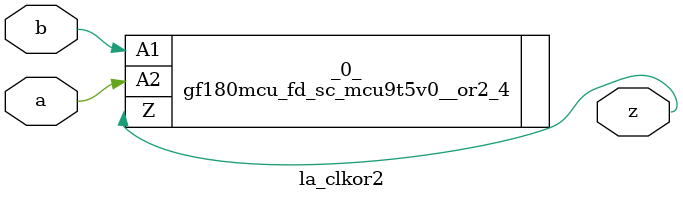
<source format=v>

/* Generated by Yosys 0.44 (git sha1 80ba43d26, g++ 11.4.0-1ubuntu1~22.04 -fPIC -O3) */

(* top =  1  *)
(* src = "inputs/la_clkor2.v:10.1-20.10" *)
module la_clkor2 (
    a,
    b,
    z
);
  (* src = "inputs/la_clkor2.v:13.12-13.13" *)
  input a;
  wire a;
  (* src = "inputs/la_clkor2.v:14.12-14.13" *)
  input b;
  wire b;
  (* src = "inputs/la_clkor2.v:15.12-15.13" *)
  output z;
  wire z;
  gf180mcu_fd_sc_mcu9t5v0__or2_4 _0_ (
      .A1(b),
      .A2(a),
      .Z (z)
  );
endmodule

</source>
